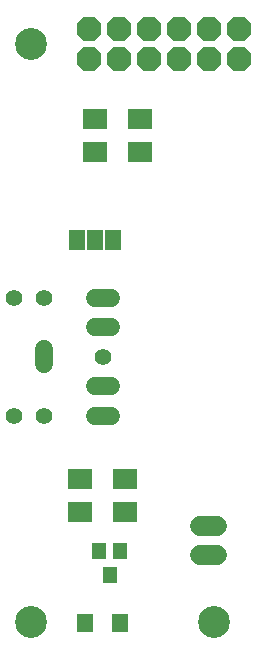
<source format=gts>
G75*
%MOIN*%
%OFA0B0*%
%FSLAX25Y25*%
%IPPOS*%
%LPD*%
%AMOC8*
5,1,8,0,0,1.08239X$1,22.5*
%
%ADD10C,0.10650*%
%ADD11C,0.05918*%
%ADD12C,0.05524*%
%ADD13OC8,0.08200*%
%ADD14R,0.05400X0.07100*%
%ADD15R,0.05524X0.06312*%
%ADD16R,0.07887X0.07099*%
%ADD17R,0.04800X0.05300*%
%ADD18C,0.06737*%
D10*
X0025280Y0024177D03*
X0086303Y0024177D03*
X0025280Y0217091D03*
D11*
X0046689Y0132445D02*
X0051807Y0132445D01*
X0051807Y0122602D02*
X0046689Y0122602D01*
X0046689Y0102917D02*
X0051807Y0102917D01*
X0051807Y0093075D02*
X0046689Y0093075D01*
X0029563Y0110201D02*
X0029563Y0115319D01*
D12*
X0029563Y0132445D03*
X0019720Y0132445D03*
X0019720Y0093075D03*
X0029563Y0093075D03*
X0049248Y0112760D03*
D13*
X0044453Y0212091D03*
X0044453Y0222091D03*
X0054453Y0222091D03*
X0054453Y0212091D03*
X0064453Y0212091D03*
X0064453Y0222091D03*
X0074453Y0222091D03*
X0074453Y0212091D03*
X0084453Y0212091D03*
X0084453Y0222091D03*
X0094453Y0222091D03*
X0094453Y0212091D03*
D14*
X0052500Y0151500D03*
X0046500Y0151500D03*
X0040500Y0151500D03*
D15*
X0043094Y0024000D03*
X0054906Y0024000D03*
D16*
X0056500Y0060988D03*
X0056500Y0072012D03*
X0041500Y0072012D03*
X0041500Y0060988D03*
X0046500Y0180988D03*
X0046500Y0192012D03*
X0061500Y0192012D03*
X0061500Y0180988D03*
D17*
X0055000Y0048000D03*
X0051500Y0040000D03*
X0048000Y0048000D03*
D18*
X0081465Y0046579D02*
X0087402Y0046579D01*
X0087402Y0056421D02*
X0081465Y0056421D01*
M02*

</source>
